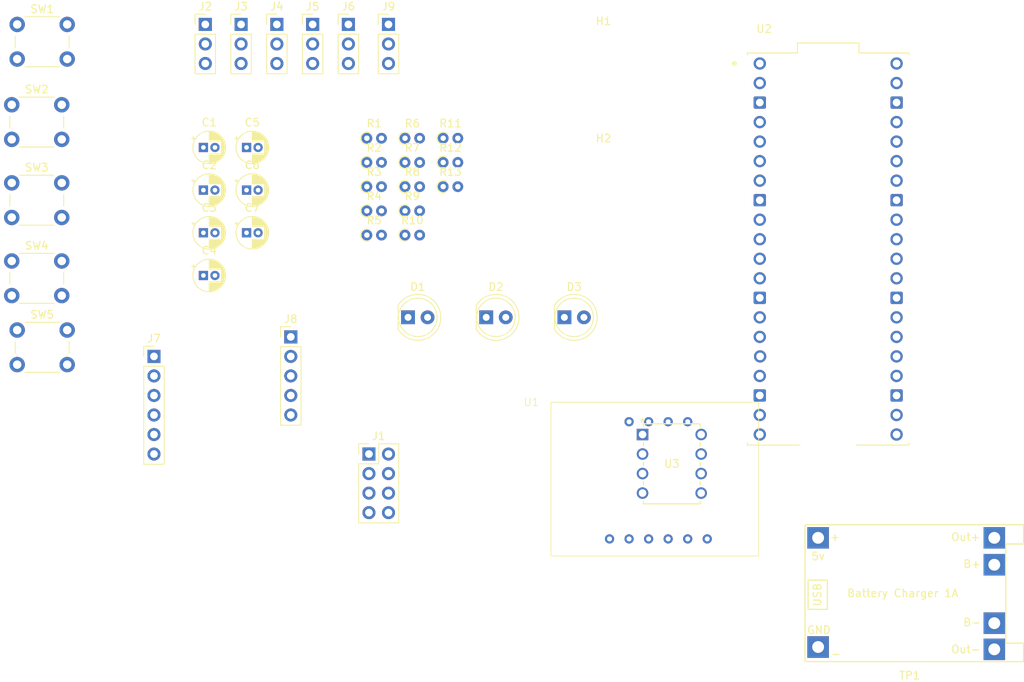
<source format=kicad_pcb>
(kicad_pcb (version 20221018) (generator pcbnew)
  (layers (0 "F.Cu" signal) (31 "B.Cu" signal) (34 "B.Paste" user) (35 "F.Paste" user) (36 "B.SilkS" user "B.Silkscreen") (37 "F.SilkS" user "F.Silkscreen") (38 "B.Mask" user) (39 "F.Mask" user) (44 "Edge.Cuts" user))
  (net 0 "")
  (net 1 "/RST")
  (net 2 "GND")
  (net 3 "/SW0")
  (net 4 "/SW1")
  (net 5 "/SW2")
  (net 6 "+3.3V")
  (net 7 "Net-(U1-CAP)")
  (net 8 "Net-(D1-K)")
  (net 9 "Net-(D2-K)")
  (net 10 "/LED0")
  (net 11 "Net-(D3-K)")
  (net 12 "/LED1")
  (net 13 "VBUS")
  (net 14 "+5V")
  (net 15 "/GP0_UART0_TX")
  (net 16 "/GP1_UART0_RX")
  (net 17 "/GP8_UART1_TX")
  (net 18 "/GP9_UART1_RX")
  (net 19 "VDDA")
  (net 20 "/GP26_ADC0")
  (net 21 "GNDA")
  (net 22 "/GP27_ADC1")
  (net 23 "/GP28_ADC2")
  (net 24 "/SPI0_CS")
  (net 25 "/SPI0_SCK")
  (net 26 "/SPI0_MOSI")
  (net 27 "/SPI0_MISO")
  (net 28 "/GP7_AD0")
  (net 29 "/I2C1_SDA")
  (net 30 "/I2C1_SCL")
  (net 31 "/SWCLK")
  (net 32 "/SWDIO")
  (net 33 "Net-(R4-Pad1)")
  (net 34 "+3V3")
  (net 35 "Net-(R6-Pad1)")
  (net 36 "Net-(R8-Pad1)")
  (net 37 "Net-(R10-Pad1)")
  (net 38 "Net-(R13-Pad1)")
  (net 45 "/GP6_INT")
  (net 46 "/I2C0_SCL")
  (net 47 "/I2C0_SDA")
  (net 54 "/SPI1_SCK")
  (net 55 "/SPI1_MOSI")
  (net 56 "/SPI1_MISO")
  (net 57 "/SPI1_CS")
  (footprint "Capacitor_THT:CP_Radial_D4.0mm_P1.50mm" (layer "F.Cu") (at 113.629602 72.82)
    (fp_text reference "C7" (at 0.75 -3.25) (layer "F.SilkS"))
    (fp_text value "100nF")
    (pad "1" thru_hole rect (at 0 0) (size 1.2 1.2) (drill 0.6) (layers "*.Cu" "*.Mask") (net 2 "GND"))
    (pad "2" thru_hole circle (at 1.5 0) (size 1.2 1.2) (drill 0.6) (layers "*.Cu" "*.Mask") (net 7 "Net-(U1-CAP)"))
  )
  (footprint "Connector_PinHeader_2.54mm:PinHeader_1x03_P2.54mm_Vertical" (layer "F.Cu") (at 132.08 45.72)
    (fp_text reference "J9" (at 0 -2.33) (layer "F.SilkS"))
    (fp_text value "Conn_01x03")
    (pad "1" thru_hole rect (at 0 0) (size 1.7 1.7) (drill 1) (layers "*.Cu" "*.Mask") (net 2 "GND"))
    (pad "2" thru_hole oval (at 0 2.54) (size 1.7 1.7) (drill 1) (layers "*.Cu" "*.Mask") (net 31 "/SWCLK"))
    (pad "3" thru_hole oval (at 0 5.08) (size 1.7 1.7) (drill 1) (layers "*.Cu" "*.Mask") (net 32 "/SWDIO"))
  )
  (footprint "LED_THT:LED_D5.0mm" (layer "F.Cu") (at 134.62 83.82)
    (fp_text reference "D1" (at 1.27 -3.96) (layer "F.SilkS"))
    (fp_text value "LED")
    (pad "1" thru_hole rect (at 0 0) (size 1.8 1.8) (drill 0.9) (layers "*.Cu" "*.Mask") (net 8 "Net-(D1-K)"))
    (pad "2" thru_hole circle (at 2.54 0) (size 1.8 1.8) (drill 0.9) (layers "*.Cu" "*.Mask") (net 6 "+3.3V"))
  )
  (footprint "Resistor_THT:R_Axial_DIN0204_L3.6mm_D1.6mm_P1.90mm_Vertical" (layer "F.Cu") (at 134.23 66.82)
    (fp_text reference "R8" (at 0.95 -1.92) (layer "F.SilkS"))
    (fp_text value "100")
    (pad "1" thru_hole circle (at 0 0) (size 1.4 1.4) (drill 0.7) (layers "*.Cu" "*.Mask"))
    (pad "2" thru_hole oval (at 1.9 0) (size 1.4 1.4) (drill 0.7) (layers "*.Cu" "*.Mask") (net 2 "GND"))
  )
  (footprint "Resistor_THT:R_Axial_DIN0204_L3.6mm_D1.6mm_P1.90mm_Vertical" (layer "F.Cu") (at 134.23 69.97)
    (fp_text reference "R9" (at 0.95 -1.92) (layer "F.SilkS"))
    (fp_text value "10k")
    (pad "1" thru_hole circle (at 0 0) (size 1.4 1.4) (drill 0.7) (layers "*.Cu" "*.Mask") (net 34 "+3V3"))
    (pad "2" thru_hole oval (at 1.9 0) (size 1.4 1.4) (drill 0.7) (layers "*.Cu" "*.Mask") (net 4 "/SW1"))
  )
  (footprint "Connector_PinHeader_2.54mm:PinHeader_1x03_P2.54mm_Vertical" (layer "F.Cu") (at 112.92 45.72)
    (fp_text reference "J3" (at 0 -2.33) (layer "F.SilkS"))
    (fp_text value "Conn_01x03")
    (pad "1" thru_hole rect (at 0 0) (size 1.7 1.7) (drill 1) (layers "*.Cu" "*.Mask") (net 2 "GND"))
    (pad "2" thru_hole oval (at 0 2.54) (size 1.7 1.7) (drill 1) (layers "*.Cu" "*.Mask") (net 17 "/GP8_UART1_TX"))
    (pad "3" thru_hole oval (at 0 5.08) (size 1.7 1.7) (drill 1) (layers "*.Cu" "*.Mask") (net 18 "/GP9_UART1_RX"))
  )
  (footprint "Resistor_THT:R_Axial_DIN0204_L3.6mm_D1.6mm_P1.90mm_Vertical" (layer "F.Cu") (at 139.19 66.82)
    (fp_text reference "R13" (at 0.95 -1.92) (layer "F.SilkS"))
    (fp_text value "100")
    (pad "1" thru_hole circle (at 0 0) (size 1.4 1.4) (drill 0.7) (layers "*.Cu" "*.Mask"))
    (pad "2" thru_hole oval (at 1.9 0) (size 1.4 1.4) (drill 0.7) (layers "*.Cu" "*.Mask") (net 2 "GND"))
  )
  (footprint "25LC1024:PDIP8_300MC_MCH" (layer "F.Cu") (at 165.1 99.06)
    (fp_text reference "U3" (at 3.81 3.81 unlocked) (layer "F.SilkS"))
    (fp_text value "25LC1024-I/P")
    (fp_text user "*" (at 0 -1.5113 unlocked) (layer "F.SilkS"))
    (fp_text user "*" (at 0 -1.5113) (layer "F.SilkS"))
    (pad "1" thru_hole rect (at 0 0) (size 1.4986 1.4986) (drill 0.9906) (layers "*.Cu" "*.Mask") (net 57 "/SPI1_CS"))
    (pad "2" thru_hole circle (at 0 2.54) (size 1.4986 1.4986) (drill 0.9906) (layers "*.Cu" "*.Mask") (net 56 "/SPI1_MISO"))
    (pad "3" thru_hole circle (at 0 5.08) (size 1.4986 1.4986) (drill 0.9906) (layers "*.Cu" "*.Mask") (net 2 "GND"))
    (pad "4" thru_hole circle (at 0 7.62) (size 1.4986 1.4986) (drill 0.9906) (layers "*.Cu" "*.Mask") (net 2 "GND"))
    (pad "5" thru_hole circle (at 7.62 7.62) (size 1.4986 1.4986) (drill 0.9906) (layers "*.Cu" "*.Mask") (net 55 "/SPI1_MOSI"))
    (pad "6" thru_hole circle (at 7.62 5.08) (size 1.4986 1.4986) (drill 0.9906) (layers "*.Cu" "*.Mask") (net 54 "/SPI1_SCK"))
    (pad "7" thru_hole circle (at 7.62 2.54) (size 1.4986 1.4986) (drill 0.9906) (layers "*.Cu" "*.Mask"))
    (pad "8" thru_hole circle (at 7.62 0) (size 1.4986 1.4986) (drill 0.9906) (layers "*.Cu" "*.Mask") (net 6 "+3.3V"))
  )
  (footprint "Resistor_THT:R_Axial_DIN0204_L3.6mm_D1.6mm_P1.90mm_Vertical" (layer "F.Cu") (at 129.27 63.67)
    (fp_text reference "R2" (at 0.95 -1.92) (layer "F.SilkS"))
    (fp_text value "330")
    (pad "1" thru_hole circle (at 0 0) (size 1.4 1.4) (drill 0.7) (layers "*.Cu" "*.Mask") (net 9 "Net-(D2-K)"))
    (pad "2" thru_hole oval (at 1.9 0) (size 1.4 1.4) (drill 0.7) (layers "*.Cu" "*.Mask") (net 2 "GND"))
  )
  (footprint "Connector_PinHeader_2.54mm:PinHeader_1x06_P2.54mm_Vertical" (layer "F.Cu") (at 101.6 88.9)
    (fp_text reference "J7" (at 0 -2.33) (layer "F.SilkS"))
    (fp_text value "Conn_01x06")
    (pad "1" thru_hole rect (at 0 0) (size 1.7 1.7) (drill 1) (layers "*.Cu" "*.Mask") (net 24 "/SPI0_CS"))
    (pad "2" thru_hole oval (at 0 2.54) (size 1.7 1.7) (drill 1) (layers "*.Cu" "*.Mask") (net 25 "/SPI0_SCK"))
    (pad "3" thru_hole oval (at 0 5.08) (size 1.7 1.7) (drill 1) (layers "*.Cu" "*.Mask") (net 26 "/SPI0_MOSI"))
    (pad "4" thru_hole oval (at 0 7.62) (size 1.7 1.7) (drill 1) (layers "*.Cu" "*.Mask") (net 27 "/SPI0_MISO"))
    (pad "5" thru_hole oval (at 0 10.16) (size 1.7 1.7) (drill 1) (layers "*.Cu" "*.Mask") (net 14 "+5V"))
    (pad "6" thru_hole oval (at 0 12.7) (size 1.7 1.7) (drill 1) (layers "*.Cu" "*.Mask") (net 2 "GND"))
  )
  (footprint "Button_Switch_THT:SW_PUSH_6mm" (layer "F.Cu") (at 83.82 45.72)
    (fp_text reference "SW1" (at 3.25 -2) (layer "F.SilkS"))
    (fp_text value "SW_Push")
    (pad "1" thru_hole circle (at 0 0 90) (size 2 2) (drill 1.1) (layers "*.Cu" "*.Mask") (net 33 "Net-(R4-Pad1)"))
    (pad "1" thru_hole circle (at 6.5 0 90) (size 2 2) (drill 1.1) (layers "*.Cu" "*.Mask") (net 33 "Net-(R4-Pad1)"))
    (pad "2" thru_hole circle (at 0 4.5 90) (size 2 2) (drill 1.1) (layers "*.Cu" "*.Mask") (net 1 "/RST"))
    (pad "2" thru_hole circle (at 6.5 4.5 90) (size 2 2) (drill 1.1) (layers "*.Cu" "*.Mask") (net 1 "/RST"))
  )
  (footprint "Library:BNO055_Breakout" (layer "F.Cu") (at 153.19 94.8575)
    (fp_text reference "U1" (at -2.54 0 unlocked) (layer "F.SilkS") (effects (font (thickness 0.1))))
    (fp_text value "BNO055")
    (pad "1" thru_hole circle (at 10.16 2.54) (size 1.2 1.2) (drill 0.64) (layers "*.Cu" "*.Mask"))
    (pad "1" thru_hole circle (at 20.32 17.78) (size 1.2 1.2) (drill 0.64) (layers "*.Cu" "*.Mask"))
    (pad "2" thru_hole circle (at 12.7 2.54) (size 1.2 1.2) (drill 0.64) (layers "*.Cu" "*.Mask") (net 2 "GND"))
    (pad "3" thru_hole circle (at 15.24 2.54) (size 1.2 1.2) (drill 0.64) (layers "*.Cu" "*.Mask") (net 6 "+3.3V"))
    (pad "4" thru_hole circle (at 17.78 2.54) (size 1.2 1.2) (drill 0.64) (layers "*.Cu" "*.Mask") (net 6 "+3.3V"))
    (pad "5" thru_hole circle (at 7.62 17.78) (size 1.2 1.2) (drill 0.64) (layers "*.Cu" "*.Mask") (net 2 "GND"))
    (pad "6" thru_hole circle (at 10.16 17.78) (size 1.2 1.2) (drill 0.64) (layers "*.Cu" "*.Mask") (net 2 "GND"))
    (pad "7" thru_hole circle (at 12.7 17.78) (size 1.2 1.2) (drill 0.64) (layers "*.Cu" "*.Mask"))
    (pad "8" thru_hole circle (at 15.24 17.78) (size 1.2 1.2) (drill 0.64) (layers "*.Cu" "*.Mask"))
    (pad "10" thru_hole circle (at 17.78 17.78) (size 1.2 1.2) (drill 0.64) (layers "*.Cu" "*.Mask"))
  )
  (footprint "Capacitor_THT:CP_Radial_D4.0mm_P1.50mm" (layer "F.Cu") (at 108.024801 61.72)
    (fp_text reference "C1" (at 0.75 -3.25) (layer "F.SilkS"))
    (fp_text value "100nF")
    (pad "1" thru_hole rect (at 0 0) (size 1.2 1.2) (drill 0.6) (layers "*.Cu" "*.Mask") (net 1 "/RST"))
    (pad "2" thru_hole circle (at 1.5 0) (size 1.2 1.2) (drill 0.6) (layers "*.Cu" "*.Mask") (net 2 "GND"))
  )
  (footprint "Resistor_THT:R_Axial_DIN0204_L3.6mm_D1.6mm_P1.90mm_Vertical" (layer "F.Cu") (at 129.27 60.52)
    (fp_text reference "R1" (at 0.95 -1.92) (layer "F.SilkS"))
    (fp_text value "330")
    (pad "1" thru_hole circle (at 0 0) (size 1.4 1.4) (drill 0.7) (layers "*.Cu" "*.Mask") (net 8 "Net-(D1-K)"))
    (pad "2" thru_hole oval (at 1.9 0) (size 1.4 1.4) (drill 0.7) (layers "*.Cu" "*.Mask") (net 2 "GND"))
  )
  (footprint "Capacitor_THT:CP_Radial_D4.0mm_P1.50mm" (layer "F.Cu") (at 108.024801 78.37)
    (fp_text reference "C4" (at 0.75 -3.25) (layer "F.SilkS"))
    (fp_text value "100nF")
    (pad "1" thru_hole rect (at 0 0) (size 1.2 1.2) (drill 0.6) (layers "*.Cu" "*.Mask") (net 5 "/SW2"))
    (pad "2" thru_hole circle (at 1.5 0) (size 1.2 1.2) (drill 0.6) (layers "*.Cu" "*.Mask") (net 2 "GND"))
  )
  (footprint "Connector_PinHeader_2.54mm:PinHeader_1x03_P2.54mm_Vertical" (layer "F.Cu") (at 108.27 45.72)
    (fp_text reference "J2" (at 0 -2.33) (layer "F.SilkS"))
    (fp_text value "Conn_01x03")
    (pad "1" thru_hole rect (at 0 0) (size 1.7 1.7) (drill 1) (layers "*.Cu" "*.Mask") (net 2 "GND"))
    (pad "2" thru_hole oval (at 0 2.54) (size 1.7 1.7) (drill 1) (layers "*.Cu" "*.Mask") (net 15 "/GP0_UART0_TX"))
    (pad "3" thru_hole oval (at 0 5.08) (size 1.7 1.7) (drill 1) (layers "*.Cu" "*.Mask") (net 16 "/GP1_UART0_RX"))
  )
  (footprint "Button_Switch_THT:SW_PUSH_6mm" (layer "F.Cu") (at 83.82 85.47)
    (fp_text reference "SW5" (at 3.25 -2) (layer "F.SilkS"))
    (fp_text value "SW_Push")
    (pad "1" thru_hole circle (at 0 0 90) (size 2 2) (drill 1.1) (layers "*.Cu" "*.Mask") (net 38 "Net-(R13-Pad1)"))
    (pad "1" thru_hole circle (at 6.5 0 90) (size 2 2) (drill 1.1) (layers "*.Cu" "*.Mask") (net 38 "Net-(R13-Pad1)"))
    (pad "2" thru_hole circle (at 0 4.5 90) (size 2 2) (drill 1.1) (layers "*.Cu" "*.Mask") (net 5 "/SW2"))
    (pad "2" thru_hole circle (at 6.5 4.5 90) (size 2 2) (drill 1.1) (layers "*.Cu" "*.Mask") (net 5 "/SW2"))
  )
  (footprint "Resistor_THT:R_Axial_DIN0204_L3.6mm_D1.6mm_P1.90mm_Vertical" (layer "F.Cu") (at 139.19 63.67)
    (fp_text reference "R12" (at 0.95 -1.92) (layer "F.SilkS"))
    (fp_text value "10k")
    (pad "1" thru_hole circle (at 0 0) (size 1.4 1.4) (drill 0.7) (layers "*.Cu" "*.Mask") (net 34 "+3V3"))
    (pad "2" thru_hole oval (at 1.9 0) (size 1.4 1.4) (drill 0.7) (layers "*.Cu" "*.Mask") (net 5 "/SW2"))
  )
  (footprint "LED_THT:LED_D5.0mm" (layer "F.Cu") (at 144.78 83.82)
    (fp_text reference "D2" (at 1.27 -3.96) (layer "F.SilkS"))
    (fp_text value "LED")
    (pad "1" thru_hole rect (at 0 0) (size 1.8 1.8) (drill 0.9) (layers "*.Cu" "*.Mask") (net 9 "Net-(D2-K)"))
    (pad "2" thru_hole circle (at 2.54 0) (size 1.8 1.8) (drill 0.9) (layers "*.Cu" "*.Mask") (net 10 "/LED0"))
  )
  (footprint "Resistor_THT:R_Axial_DIN0204_L3.6mm_D1.6mm_P1.90mm_Vertical" (layer "F.Cu") (at 134.23 63.67)
    (fp_text reference "R7" (at 0.95 -1.92) (layer "F.SilkS"))
    (fp_text value "10k")
    (pad "1" thru_hole circle (at 0 0) (size 1.4 1.4) (drill 0.7) (layers "*.Cu" "*.Mask") (net 34 "+3V3"))
    (pad "2" thru_hole oval (at 1.9 0) (size 1.4 1.4) (drill 0.7) (layers "*.Cu" "*.Mask") (net 3 "/SW0"))
  )
  (footprint "Resistor_THT:R_Axial_DIN0204_L3.6mm_D1.6mm_P1.90mm_Vertical" (layer "F.Cu") (at 129.27 73.12)
    (fp_text reference "R5" (at 0.95 -1.92) (layer "F.SilkS"))
    (fp_text value "10k")
    (pad "1" thru_hole circle (at 0 0) (size 1.4 1.4) (drill 0.7) (layers "*.Cu" "*.Mask") (net 34 "+3V3"))
    (pad "2" thru_hole oval (at 1.9 0) (size 1.4 1.4) (drill 0.7) (layers "*.Cu" "*.Mask") (net 1 "/RST"))
  )
  (footprint "Button_Switch_THT:SW_PUSH_6mm" (layer "F.Cu") (at 83.11 76.49)
    (fp_text reference "SW4" (at 3.25 -2) (layer "F.SilkS"))
    (fp_text value "SW_Push")
    (pad "1" thru_hole circle (at 0 0 90) (size 2 2) (drill 1.1) (layers "*.Cu" "*.Mask") (net 37 "Net-(R10-Pad1)"))
    (pad "1" thru_hole circle (at 6.5 0 90) (size 2 2) (drill 1.1) (layers "*.Cu" "*.Mask") (net 37 "Net-(R10-Pad1)"))
    (pad "2" thru_hole circle (at 0 4.5 90) (size 2 2) (drill 1.1) (layers "*.Cu" "*.Mask") (net 5 "/SW2"))
    (pad "2" thru_hole circle (at 6.5 4.5 90) (size 2 2) (drill 1.1) (layers "*.Cu" "*.Mask") (net 5 "/SW2"))
  )
  (footprint "Resistor_THT:R_Axial_DIN0204_L3.6mm_D1.6mm_P1.90mm_Vertical" (layer "F.Cu") (at 129.27 66.82)
    (fp_text reference "R3" (at 0.95 -1.92) (layer "F.SilkS"))
    (fp_text value "330")
    (pad "1" thru_hole circle (at 0 0) (size 1.4 1.4) (drill 0.7) (layers "*.Cu" "*.Mask") (net 11 "Net-(D3-K)"))
    (pad "2" thru_hole oval (at 1.9 0) (size 1.4 1.4) (drill 0.7) (layers "*.Cu" "*.Mask") (net 2 "GND"))
  )
  (footprint "MountingHole:MountingHole_4.5mm" (layer "F.Cu") (at 160.02 50.8)
    (fp_text reference "H1" (at 0 -5.5) (layer "F.SilkS"))
    (fp_text value "MountingHole")
    (pad "" np_thru_hole circle (at 0 0) (size 4.5 4.5) (drill 4.5) (layers "*.Cu" "*.Mask"))
  )
  (footprint "Button_Switch_THT:SW_PUSH_6mm" (layer "F.Cu") (at 83.11 66.33)
    (fp_text reference "SW3" (at 3.25 -2) (layer "F.SilkS"))
    (fp_text value "SW_Push")
    (pad "1" thru_hole circle (at 0 0 90) (size 2 2) (drill 1.1) (layers "*.Cu" "*.Mask") (net 36 "Net-(R8-Pad1)"))
    (pad "1" thru_hole circle (at 6.5 0 90) (size 2 2) (drill 1.1) (layers "*.Cu" "*.Mask") (net 36 "Net-(R8-Pad1)"))
    (pad "2" thru_hole circle (at 0 4.5 90) (size 2 2) (drill 1.1) (layers "*.Cu" "*.Mask") (net 4 "/SW1"))
    (pad "2" thru_hole circle (at 6.5 4.5 90) (size 2 2) (drill 1.1) (layers "*.Cu" "*.Mask") (net 4 "/SW1"))
  )
  (footprint "Resistor_THT:R_Axial_DIN0204_L3.6mm_D1.6mm_P1.90mm_Vertical" (layer "F.Cu") (at 134.23 60.52)
    (fp_text reference "R6" (at 0.95 -1.92) (layer "F.SilkS"))
    (fp_text value "100")
    (pad "1" thru_hole circle (at 0 0) (size 1.4 1.4) (drill 0.7) (layers "*.Cu" "*.Mask"))
    (pad "2" thru_hole oval (at 1.9 0) (size 1.4 1.4) (drill 0.7) (layers "*.Cu" "*.Mask") (net 2 "GND"))
  )
  (footprint "RP2040_SC0918:MODULE_SC0918" (layer "F.Cu") (at 189.23 74.93)
    (fp_text reference "U2" (at -8.325 -28.635) (layer "F.SilkS"))
    (fp_text value "SC0918")
    (pad "1" thru_hole circle (at -8.89 -24.13) (size 1.6 1.6) (drill 1) (layers "*.Cu" "*.Mask") (net 15 "/GP0_UART0_TX"))
    (pad "2" thru_hole circle (at -8.89 -21.59) (size 1.6 1.6) (drill 1) (layers "*.Cu" "*.Mask") (net 16 "/GP1_UART0_RX"))
    (pad "3" thru_hole roundrect (at -8.89 -19.05) (size 1.6 1.6) (drill 1) (layers "*.Cu" "*.Mask") (roundrect_rratio 0.125) (net 2 "GND"))
    (pad "4" thru_hole circle (at -8.89 -16.51) (size 1.6 1.6) (drill 1) (layers "*.Cu" "*.Mask") (net 25 "/SPI0_SCK"))
    (pad "5" thru_hole circle (at -8.89 -13.97) (size 1.6 1.6) (drill 1) (layers "*.Cu" "*.Mask") (net 26 "/SPI0_MOSI"))
    (pad "6" thru_hole circle (at -8.89 -11.43) (size 1.6 1.6) (drill 1) (layers "*.Cu" "*.Mask") (net 27 "/SPI0_MISO"))
    (pad "7" thru_hole circle (at -8.89 -8.89) (size 1.6 1.6) (drill 1) (layers "*.Cu" "*.Mask") (net 24 "/SPI0_CS"))
    (pad "8" thru_hole roundrect (at -8.89 -6.35) (size 1.6 1.6) (drill 1) (layers "*.Cu" "*.Mask") (roundrect_rratio 0.125) (net 2 "GND"))
    (pad "9" thru_hole circle (at -8.89 -3.81) (size 1.6 1.6) (drill 1) (layers "*.Cu" "*.Mask") (net 45 "/GP6_INT"))
    (pad "10" thru_hole circle (at -8.89 -1.27) (size 1.6 1.6) (drill 1) (layers "*.Cu" "*.Mask") (net 28 "/GP7_AD0"))
    (pad "11" thru_hole circle (at -8.89 1.27) (size 1.6 1.6) (drill 1) (layers "*.Cu" "*.Mask") (net 17 "/GP8_UART1_TX"))
    (pad "12" thru_hole circle (at -8.89 3.81) (size 1.6 1.6) (drill 1) (layers "*.Cu" "*.Mask") (net 18 "/GP9_UART1_RX"))
    (pad "13" thru_hole roundrect (at -8.89 6.35) (size 1.6 1.6) (drill 1) (layers "*.Cu" "*.Mask") (roundrect_rratio 0.125) (net 2 "GND"))
    (pad "14" thru_hole circle (at -8.89 8.89) (size 1.6 1.6) (drill 1) (layers "*.Cu" "*.Mask") (net 54 "/SPI1_SCK"))
    (pad "15" thru_hole circle (at -8.89 11.43) (size 1.6 1.6) (drill 1) (layers "*.Cu" "*.Mask") (net 55 "/SPI1_MOSI"))
    (pad "16" thru_hole circle (at -8.848119 13.97) (size 1.6 1.6) (drill 1) (layers "*.Cu" "*.Mask") (net 56 "/SPI1_MISO"))
    (pad "17" thru_hole circle (at -8.89 16.51) (size 1.6 1.6) (drill 1) (layers "*.Cu" "*.Mask") (net 57 "/SPI1_CS"))
    (pad "18" thru_hole roundrect (at -8.89 19.05) (size 1.6 1.6) (drill 1) (layers "*.Cu" "*.Mask") (roundrect_rratio 0.125) (net 2 "GND"))
    (pad "19" thru_hole circle (at -8.89 21.59) (size 1.6 1.6) (drill 1) (layers "*.Cu" "*.Mask") (net 3 "/SW0"))
    (pad "20" thru_hole circle (at -8.89 24.13) (size 1.6 1.6) (drill 1) (layers "*.Cu" "*.Mask") (net 4 "/SW1"))
    (pad "21" thru_hole circle (at 8.89 24.13) (size 1.6 1.6) (drill 1) (layers "*.Cu" "*.Mask") (net 5 "/SW2"))
    (pad "22" thru_hole circle (at 8.89 21.59) (size 1.6 1.6) (drill 1) (layers "*.Cu" "*.Mask") (net 10 "/LED0"))
    (pad "23" thru_hole roundrect (at 8.89 19.05) (size 1.6 1.6) (drill 1) (layers "*.Cu" "*.Mask") (roundrect_rratio 0.125) (net 2 "GND"))
    (pad "24" thru_hole circle (at 8.89 16.51) (size 1.6 1.6) (drill 1) (layers "*.Cu" "*.Mask") (net 29 "/I2C1_SDA"))
    (pad "25" thru_hole circle (at 8.89 13.97) (size 1.6 1.6) (drill 1) (layers "*.Cu" "*.Mask") (net 30 "/I2C1_SCL"))
    (pad "26" thru_hole circle (at 8.89 11.43) (size 1.6 1.6) (drill 1) (layers "*.Cu" "*.Mask") (net 47 "/I2C0_SDA"))
    (pad "27" thru_hole circle (at 8.89 8.89) (size 1.6 1.6) (drill 1) (layers "*.Cu" "*.Mask") (net 46 "/I2C0_SCL"))
    (pad "28" thru_hole roundrect (at 8.89 6.35) (size 1.6 1.6) (drill 1) (layers "*.Cu" "*.Mask") (roundrect_rratio 0.125) (net 2 "GND"))
    (pad "29" thru_hole circle (at 8.89 3.81) (size 1.6 1.6) (drill 1) (layers "*.Cu" "*.Mask") (net 12 "/LED1"))
    (pad "30" thru_hole circle (at 8.89 1.27) (size 1.6 1.6) (drill 1) (layers "*.Cu" "*.Mask") (net 1 "/RST"))
    (pad "31" thru_hole circle (at 8.89 -1.27) (size 1.6 1.6) (drill 1) (layers "*.Cu" "*.Mask") (net 20 "/GP26_ADC0"))
    (pad "32" thru_hole circle (at 8.89 -3.81) (size 1.6 1.6) (drill 1) (layers "*.Cu" "*.Mask") (net 22 "/GP27_ADC1"))
    (pad "33" thru_hole roundrect (at 8.89 -6.35) (size 1.6 1.6) (drill 1) (layers "*.Cu" "*.Mask") (roundrect_rratio 0.125) (net 21 "GNDA"))
    (pad "34" thru_hole circle (at 8.89 -8.89) (size 1.6 1.6) (drill 1) (layers "*.Cu" "*.Mask") (net 23 "/GP28_ADC2"))
    (pad "35" thru_hole circle (at 8.89 -11.43) (size 1.6 1.6) (drill 1) (layers "*.Cu" "*.Mask") (net 19 "VDDA"))
    (pad "36" thru_hole circle (at 8.89 -13.97) (size 1.6 1.6) (drill 1) (layers "*.Cu" "*.Mask") (net 6 "+3.3V"))
    (pad "37" thru_hole circle (at 8.89 -16.51) (size 1.6 1.6) (drill 1) (layers "*.Cu" "*.Mask"))
    (pad "38" thru_hole roundrect (at 8.89 -19.05) (size 1.6 1.6) (drill 1) (layers "*.Cu" "*.Mask") (roundrect_rratio 0.125) (net 2 "GND"))
    (pad "39" thru_hole circle (at 8.89 -21.59) (size 1.6 1.6) (drill 1) (layers "*.Cu" "*.Mask") (net 14 "+5V"))
    (pad "40" thru_hole circle (at 8.89 -24.13) (size 1.6 1.6) (drill 1) (layers "*.Cu" "*.Mask") (net 13 "VBUS"))
  )
  (footprint "Connector_PinHeader_2.54mm:PinHeader_1x03_P2.54mm_Vertical" (layer "F.Cu") (at 126.87 45.72)
    (fp_text reference "J6" (at 0 -2.33) (layer "F.SilkS"))
    (fp_text value "Conn_01x03")
    (pad "1" thru_hole rect (at 0 0) (size 1.7 1.7) (drill 1) (layers "*.Cu" "*.Mask") (net 19 "VDDA"))
    (pad "2" thru_hole oval (at 0 2.54) (size 1.7 1.7) (drill 1) (layers "*.Cu" "*.Mask") (net 23 "/GP28_ADC2"))
    (pad "3" thru_hole oval (at 0 5.08) (size 1.7 1.7) (drill 1) (layers "*.Cu" "*.Mask") (net 21 "GNDA"))
  )
  (footprint "Button_Switch_THT:SW_PUSH_6mm" (layer "F.Cu") (at 83.11 56.17)
    (fp_text reference "SW2" (at 3.25 -2) (layer "F.SilkS"))
    (fp_text value "SW_Push")
    (pad "1" thru_hole circle (at 0 0 90) (size 2 2) (drill 1.1) (layers "*.Cu" "*.Mask") (net 35 "Net-(R6-Pad1)"))
    (pad "1" thru_hole circle (at 6.5 0 90) (size 2 2) (drill 1.1) (layers "*.Cu" "*.Mask") (net 35 "Net-(R6-Pad1)"))
    (pad "2" thru_hole circle (at 0 4.5 90) (size 2 2) (drill 1.1) (layers "*.Cu" "*.Mask") (net 3 "/SW0"))
    (pad "2" thru_hole circle (at 6.5 4.5 90) (size 2 2) (drill 1.1) (layers "*.Cu" "*.Mask") (net 3 "/SW0"))
  )
  (footprint "TP4056:TP4056-18650" (layer "F.Cu") (at 186.22 110.8)
    (fp_text reference "TP1" (at 13.6 19.6) (layer "F.SilkS"))
    (fp_text value "~")
    (fp_text user "USB" (at 1.6 9.1 90) (layer "F.SilkS"))
    (fp_text user "GND" (at 1.8 13.7) (layer "F.SilkS"))
    (fp_text user "Out+" (at 20.9 1.6) (layer "F.SilkS"))
    (fp_text user "B+" (at 21.7 5.1) (layer "F.SilkS"))
    (fp_text user "Battery Charger 1A" (at 12.7 8.9) (layer "F.SilkS"))
    (fp_text user "Out-" (at 20.9 16.2) (layer "F.SilkS"))
    (fp_text user "+" (at 3.9 1.6) (layer "F.SilkS"))
    (fp_text user "-" (at 4 16.8) (layer "F.SilkS"))
    (fp_text user "B-" (at 21.7 12.7) (layer "F.SilkS"))
    (fp_text user "5v" (at 1.7 4.1) (layer "F.SilkS"))
    (pad "1" thru_hole rect (at 24.6 1.7) (size 2.8 2.8) (drill 1.54) (layers "*.Cu" "*.Mask"))
    (pad "2" thru_hole rect (at 24.6 5.2) (size 2.8 2.8) (drill 1.54) (layers "*.Cu" "*.Mask"))
    (pad "3" thru_hole rect (at 24.6 12.8) (size 2.8 2.8) (drill 1.54) (layers "*.Cu" "*.Mask"))
    (pad "4" thru_hole rect (at 24.6 16.2) (size 2.8 2.8) (drill 1.54) (layers "*.Cu" "*.Mask"))
    (pad "5" thru_hole rect (at 1.7 1.7) (size 2.8 2.8) (drill 1.54) (layers "*.Cu" "*.Mask"))
    (pad "6" thru_hole rect (at 1.7 15.9) (size 2.8 2.8) (drill 1.54) (layers "*.Cu" "*.Mask"))
  )
  (footprint "Capacitor_THT:CP_Radial_D4.0mm_P1.50mm" (layer "F.Cu") (at 113.629602 61.72)
    (fp_text reference "C5" (at 0.75 -3.25) (layer "F.SilkS"))
    (fp_text value "100nF")
    (pad "1" thru_hole rect (at 0 0) (size 1.2 1.2) (drill 0.6) (layers "*.Cu" "*.Mask") (net 5 "/SW2"))
    (pad "2" thru_hole circle (at 1.5 0) (size 1.2 1.2) (drill 0.6) (layers "*.Cu" "*.Mask") (net 2 "GND"))
  )
  (footprint "Connector_PinHeader_2.54mm:PinHeader_1x03_P2.54mm_Vertical" (layer "F.Cu") (at 122.22 45.72)
    (fp_text reference "J5" (at 0 -2.33) (layer "F.SilkS"))
    (fp_text value "Conn_01x03")
    (pad "1" thru_hole rect (at 0 0) (size 1.7 1.7) (drill 1) (layers "*.Cu" "*.Mask") (net 19 "VDDA"))
    (pad "2" thru_hole oval (at 0 2.54) (size 1.7 1.7) (drill 1) (layers "*.Cu" "*.Mask") (net 22 "/GP27_ADC1"))
    (pad "3" thru_hole oval (at 0 5.08) (size 1.7 1.7) (drill 1) (layers "*.Cu" "*.Mask") (net 21 "GNDA"))
  )
  (footprint "Capacitor_THT:CP_Radial_D4.0mm_P1.50mm" (layer "F.Cu") (at 108.024801 72.82)
    (fp_text reference "C3" (at 0.75 -3.25) (layer "F.SilkS"))
    (fp_text value "100nF")
    (pad "1" thru_hole rect (at 0 0) (size 1.2 1.2) (drill 0.6) (layers "*.Cu" "*.Mask") (net 4 "/SW1"))
    (pad "2" thru_hole circle (at 1.5 0) (size 1.2 1.2) (drill 0.6) (layers "*.Cu" "*.Mask") (net 2 "GND"))
  )
  (footprint "Resistor_THT:R_Axial_DIN0204_L3.6mm_D1.6mm_P1.90mm_Vertical" (layer "F.Cu") (at 139.19 60.52)
    (fp_text reference "R11" (at 0.95 -1.92) (layer "F.SilkS"))
    (fp_text value "10k")
    (pad "1" thru_hole circle (at 0 0) (size 1.4 1.4) (drill 0.7) (layers "*.Cu" "*.Mask") (net 34 "+3V3"))
    (pad "2" thru_hole oval (at 1.9 0) (size 1.4 1.4) (drill 0.7) (layers "*.Cu" "*.Mask") (net 5 "/SW2"))
  )
  (footprint "LED_THT:LED_D5.0mm" (layer "F.Cu") (at 154.94 83.82)
    (fp_text reference "D3" (at 1.27 -3.96) (layer "F.SilkS"))
    (fp_text value "LED")
    (pad "1" thru_hole rect (at 0 0) (size 1.8 1.8) (drill 0.9) (layers "*.Cu" "*.Mask") (net 11 "Net-(D3-K)"))
    (pad "2" thru_hole circle (at 2.54 0) (size 1.8 1.8) (drill 0.9) (layers "*.Cu" "*.Mask") (net 12 "/LED1"))
  )
  (footprint "Capacitor_THT:CP_Radial_D4.0mm_P1.50mm" (layer "F.Cu") (at 108.024801 67.27)
    (fp_text reference "C2" (at 0.75 -3.25) (layer "F.SilkS"))
    (fp_text value "100nF")
    (pad "1" thru_hole rect (at 0 0) (size 1.2 1.2) (drill 0.6) (layers "*.Cu" "*.Mask") (net 3 "/SW0"))
    (pad "2" thru_hole circle (at 1.5 0) (size 1.2 1.2) (drill 0.6) (layers "*.Cu" "*.Mask") (net 2 "GND"))
  )
  (footprint "Resistor_THT:R_Axial_DIN0204_L3.6mm_D1.6mm_P1.90mm_Vertical" (layer "F.Cu") (at 129.27 69.97)
    (fp_text reference "R4" (at 0.95 -1.92) (layer "F.SilkS"))
    (fp_text value "100")
    (pad "1" thru_hole circle (at 0 0) (size 1.4 1.4) (drill 0.7) (layers "*.Cu" "*.Mask"))
    (pad "2" thru_hole oval (at 1.9 0) (size 1.4 1.4) (drill 0.7) (layers "*.Cu" "*.Mask") (net 2 "GND"))
  )
  (footprint "Connector_PinHeader_2.54mm:PinHeader_1x05_P2.54mm_Vertical" (layer "F.Cu") (at 119.38 86.36)
    (fp_text reference "J8" (at 0 -2.33) (layer "F.SilkS"))
    (fp_text value "Conn_01x05")
    (pad "1" thru_hole rect (at 0 0) (size 1.7 1.7) (drill 1) (layers "*.Cu" "*.Mask") (net 28 "/GP7_AD0"))
    (pad "2" thru_hole oval (at 0 2.54) (size 1.7 1.7) (drill 1) (layers "*.Cu" "*.Mask") (net 29 "/I2C1_SDA"))
    (pad "3" thru_hole oval (at 0 5.08) (size 1.7 1.7) (drill 1) (layers "*.Cu" "*.Mask") (net 30 "/I2C1_SCL"))
    (pad "4" thru_hole oval (at 0 7.62) (size 1.7 1.7) (drill 1) (layers "*.Cu" "*.Mask") (net 2 "GND"))
    (pad "5" thru_hole oval (at 0 10.16) (size 1.7 1.7) (drill 1) (layers "*.Cu" "*.Mask") (net 6 "+3.3V"))
  )
  (footprint "Resistor_THT:R_Axial_DIN0204_L3.6mm_D1.6mm_P1.90mm_Vertical" (layer "F.Cu") (at 134.23 73.12)
    (fp_text reference "R10" (at 0.95 -1.92) (layer "F.SilkS"))
    (fp_text value "100")
    (pad "1" thru_hole circle (at 0 0) (size 1.4 1.4) (drill 0.7) (layers "*.Cu" "*.Mask"))
    (pad "2" thru_hole oval (at 1.9 0) (size 1.4 1.4) (drill 0.7) (layers "*.Cu" "*.Mask") (net 2 "GND"))
  )
  (footprint "MountingHole:MountingHole_4.5mm" (layer "F.Cu") (at 160.02 66.04)
    (fp_text reference "H2" (at 0 -5.5) (layer "F.SilkS"))
    (fp_text value "MountingHole")
    (pad "" np_thru_hole circle (at 0 0) (size 4.5 4.5) (drill 4.5) (layers "*.Cu" "*.Mask"))
  )
  (footprint "Connector_PinHeader_2.54mm:PinHeader_2x04_P2.54mm_Vertical" (layer "F.Cu") (at 129.54 101.6)
    (fp_text reference "J1" (at 1.27 -2.33) (layer "F.SilkS"))
    (fp_text value "Conn_02x04_Odd_Even")
    (pad "1" thru_hole rect (at 0 0) (size 1.7 1.7) (drill 1) (layers "*.Cu" "*.Mask") (net 2 "GND"))
    (pad "2" thru_hole oval (at 2.54 0) (size 1.7 1.7) (drill 1) (layers "*.Cu" "*.Mask") (net 2 "GND"))
    (pad "3" thru_hole oval (at 0 2.54) (size 1.7 1.7) (drill 1) (layers "*.Cu" "*.Mask") (net 13 "VBUS"))
    (pad "4" thru_hole oval (at 2.54 2.54) (size 1.7 1.7) (drill 1) (layers "*.Cu" "*.Mask") (net 13 "VBUS"))
    (pad "5" thru_hole oval (at 0 5.08) (size 1.7 1.7) (drill 1) (layers "*.Cu" "*.Mask") (net 14 "+5V"))
    (pad "6" thru_hole oval (at 2.54 5.08) (size 1.7 1.7) (drill 1) (layers "*.Cu" "*.Mask") (net 14 "+5V"))
    (pad "7" thru_hole oval (at 0 7.62) (size 1.7 1.7) (drill 1) (layers "*.Cu" "*.Mask") (net 6 "+3.3V"))
    (pad "8" thru_hole oval (at 2.54 7.62) (size 1.7 1.7) (drill 1) (layers "*.Cu" "*.Mask") (net 6 "+3.3V"))
  )
  (footprint "Capacitor_THT:CP_Radial_D4.0mm_P1.50mm" (layer "F.Cu") (at 113.629602 67.27)
    (fp_text reference "C6" (at 0.75 -3.25) (layer "F.SilkS"))
    (fp_text value "100nF")
    (pad "1" thru_hole rect (at 0 0) (size 1.2 1.2) (drill 0.6) (layers "*.Cu" "*.Mask") (net 2 "GND"))
    (pad "2" thru_hole circle (at 1.5 0) (size 1.2 1.2) (drill 0.6) (layers "*.Cu" "*.Mask") (net 6 "+3.3V"))
  )
  (footprint "Connector_PinHeader_2.54mm:PinHeader_1x03_P2.54mm_Vertical" (layer "F.Cu") (at 117.57 45.72)
    (fp_text reference "J4" (at 0 -2.33) (layer "F.SilkS"))
    (fp_text value "Conn_01x03")
    (pad "1" thru_hole rect (at 0 0) (size 1.7 1.7) (drill 1) (layers "*.Cu" "*.Mask") (net 19 "VDDA"))
    (pad "2" thru_hole oval (at 0 2.54) (size 1.7 1.7) (drill 1) (layers "*.Cu" "*.Mask") (net 20 "/GP26_ADC0"))
    (pad "3" thru_hole oval (at 0 5.08) (size 1.7 1.7) (drill 1) (layers "*.Cu" "*.Mask") (net 21 "GNDA"))
  )
)
</source>
